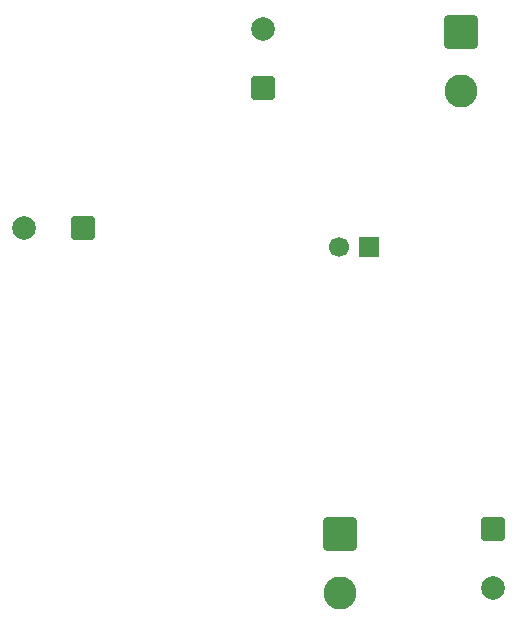
<source format=gbr>
%TF.GenerationSoftware,KiCad,Pcbnew,9.0.6*%
%TF.CreationDate,2026-01-24T10:26:07+01:00*%
%TF.ProjectId,Protection,50726f74-6563-4746-996f-6e2e6b696361,rev?*%
%TF.SameCoordinates,Original*%
%TF.FileFunction,Soldermask,Bot*%
%TF.FilePolarity,Negative*%
%FSLAX46Y46*%
G04 Gerber Fmt 4.6, Leading zero omitted, Abs format (unit mm)*
G04 Created by KiCad (PCBNEW 9.0.6) date 2026-01-24 10:26:07*
%MOMM*%
%LPD*%
G01*
G04 APERTURE LIST*
G04 Aperture macros list*
%AMRoundRect*
0 Rectangle with rounded corners*
0 $1 Rounding radius*
0 $2 $3 $4 $5 $6 $7 $8 $9 X,Y pos of 4 corners*
0 Add a 4 corners polygon primitive as box body*
4,1,4,$2,$3,$4,$5,$6,$7,$8,$9,$2,$3,0*
0 Add four circle primitives for the rounded corners*
1,1,$1+$1,$2,$3*
1,1,$1+$1,$4,$5*
1,1,$1+$1,$6,$7*
1,1,$1+$1,$8,$9*
0 Add four rect primitives between the rounded corners*
20,1,$1+$1,$2,$3,$4,$5,0*
20,1,$1+$1,$4,$5,$6,$7,0*
20,1,$1+$1,$6,$7,$8,$9,0*
20,1,$1+$1,$8,$9,$2,$3,0*%
G04 Aperture macros list end*
%ADD10RoundRect,0.250000X-0.750000X0.750000X-0.750000X-0.750000X0.750000X-0.750000X0.750000X0.750000X0*%
%ADD11C,2.000000*%
%ADD12RoundRect,0.250000X0.750000X0.750000X-0.750000X0.750000X-0.750000X-0.750000X0.750000X-0.750000X0*%
%ADD13RoundRect,0.250001X-1.149999X1.149999X-1.149999X-1.149999X1.149999X-1.149999X1.149999X1.149999X0*%
%ADD14C,2.800000*%
%ADD15RoundRect,0.250000X0.750000X-0.750000X0.750000X0.750000X-0.750000X0.750000X-0.750000X-0.750000X0*%
%ADD16R,1.700000X1.700000*%
%ADD17C,1.700000*%
G04 APERTURE END LIST*
D10*
%TO.C,C7*%
X121750000Y-101382323D03*
D11*
X121750000Y-106382323D03*
%TD*%
D12*
%TO.C,C4*%
X87040000Y-75850000D03*
D11*
X82040000Y-75850000D03*
%TD*%
D13*
%TO.C,J1*%
X119000000Y-59250000D03*
D14*
X119000000Y-64250000D03*
%TD*%
D15*
%TO.C,C1*%
X102300000Y-64000000D03*
D11*
X102300000Y-59000000D03*
%TD*%
D13*
%TO.C,J3*%
X108750000Y-101750000D03*
D14*
X108750000Y-106750000D03*
%TD*%
D16*
%TO.C,J2*%
X111240000Y-77500000D03*
D17*
X108700000Y-77500000D03*
%TD*%
M02*

</source>
